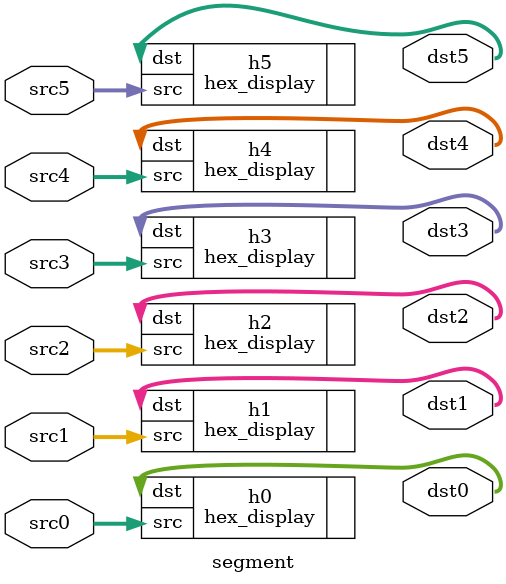
<source format=v>
module segment(
	input [3:0] src0,
	input [3:0] src1,
	input [3:0] src2,
	input [3:0] src3,
	input [3:0] src4,
	input [3:0] src5,
	output [6:0] dst0,
	output [6:0] dst1,
	output [6:0] dst2,
	output [6:0] dst3,
	output [6:0] dst4,
	output [6:0] dst5
);
	
	hex_display h0(
		.src(src0),
		.dst(dst0)
	);
	hex_display h1(
		.src(src1),
		.dst(dst1)
	);
	hex_display h2(
		.src(src2),
		.dst(dst2)
	);
	hex_display h3(
		.src(src3),
		.dst(dst3)
	);
	hex_display h4(
		.src(src4),
		.dst(dst4)
	);
	hex_display h5(
		.src(src5),
		.dst(dst5)
	);
	
endmodule 
</source>
